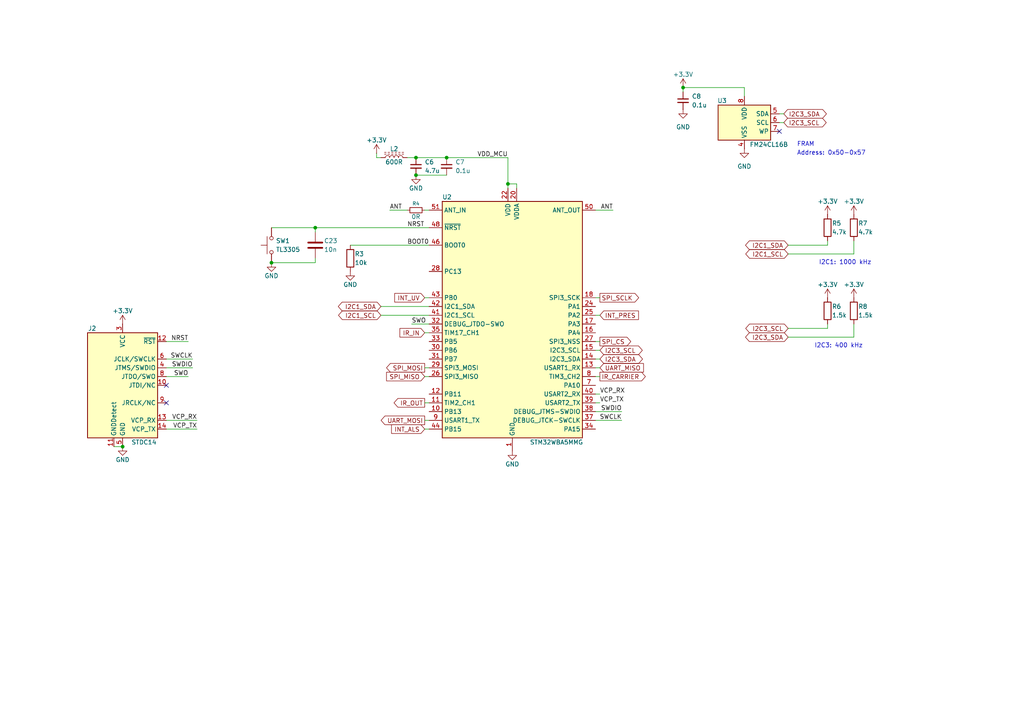
<source format=kicad_sch>
(kicad_sch (version 20250114) (generator "eeschema") (generator_version "9.0")
  (paper "A4")
  (lib_symbols
    (symbol "Connector:Conn_ST_STDC14"
      (property "Reference" "J" (at -8.89 16.51 0))
      (property "Value" "Conn_ST_STDC14" (at 17.78 16.51 0))
      (symbol "Conn_ST_STDC14_0_1"
        (rectangle (start -10.16 15.24) (end 10.16 -15.24) (stroke (width 0.254)) (fill (type background)))
      )
      (symbol "Conn_ST_STDC14_1_1"
        (pin no_connect line (at -10.16 5.08 0) (length 2.54) (hide yes) (name "NC") (number "1"))
        (pin no_connect line (at -10.16 2.54 0) (length 2.54) (hide yes) (name "NC") (number "2"))
        (pin passive line (at -2.54 -17.78 90) (length 2.54) (name "GNDDetect") (number "11"))
        (pin power_in line (at 0 17.78 270) (length 2.54) (name "VCC") (number "3"))
        (pin power_in line (at 0 -17.78 90) (length 2.54) (name "GND") (number "5"))
        (pin passive line (at 0 -17.78 90) (length 2.54) (hide yes) (name "GND") (number "7"))
        (pin open_collector line (at 12.7 12.7 180) (length 2.54) (name "~{RST}") (number "12"))
        (pin output line (at 12.7 7.62 180) (length 2.54) (name "JCLK/SWCLK") (number "6"))
        (pin bidirectional line (at 12.7 5.08 180) (length 2.54) (name "JTMS/SWDIO") (number "4"))
        (pin input line (at 12.7 2.54 180) (length 2.54) (name "JTDO/SWO") (number "8"))
        (pin output line (at 12.7 0 180) (length 2.54) (name "JTDI/NC") (number "10"))
        (pin input line (at 12.7 -5.08 180) (length 2.54) (name "JRCLK/NC") (number "9"))
        (pin output line (at 12.7 -10.16 180) (length 2.54) (name "VCP_RX") (number "13"))
        (pin input line (at 12.7 -12.7 180) (length 2.54) (name "VCP_TX") (number "14"))
      )
    )
    (symbol "DWlib:STM32WBA5MMG"
      (property "Reference" "U" (at -19.812 35.56 0))
      (property "Value" "STM32WBA5MMG" (at 16.764 35.56 0))
      (symbol "STM32WBA5MMG_0_0"
        (pin power_in line (at 0 -38.1 90) (length 3.81) (name "GND") (number "1"))
      )
      (symbol "STM32WBA5MMG_0_1"
        (rectangle (start -20.32 34.29) (end 20.32 -34.29) (stroke (width 0.254)) (fill (type background)))
      )
      (symbol "STM32WBA5MMG_1_1"
        (pin input line (at -24.13 31.75 0) (length 3.81) (name "ANT_IN") (number "51"))
        (pin bidirectional line (at -24.13 26.67 0) (length 3.81) (name "~{NRST}") (number "48"))
        (pin bidirectional line (at -24.13 21.59 0) (length 3.81) (name "BOOT0") (number "46"))
        (pin bidirectional line (at -24.13 13.97 0) (length 3.81) (name "PC13") (number "28"))
        (pin bidirectional line (at -24.13 6.35 0) (length 3.81) (name "PB0") (number "43") (alternate "USART2_TX" bidirectional line))
        (pin bidirectional line (at -24.13 3.81 0) (length 3.81) (name "PB1") (number "42") (alternate "I2C1_SDA" bidirectional line) (alternate "I2C3_SDA" bidirectional line))
        (pin bidirectional line (at -24.13 1.27 0) (length 3.81) (name "PB2") (number "41") (alternate "I2C1_SCL" bidirectional line) (alternate "I2C3_SCL" bidirectional line))
        (pin bidirectional line (at -24.13 -1.27 0) (length 3.81) (name "PB3") (number "32") (alternate "DEBUG_JTDO-SWO" bidirectional line) (alternate "I2C1_SDA" bidirectional line))
        (pin bidirectional line (at -24.13 -3.81 0) (length 3.81) (name "PB4") (number "35") (alternate "TIM17_CH1" bidirectional line) (alternate "USART2_RX" bidirectional line))
        (pin bidirectional line (at -24.13 -6.35 0) (length 3.81) (name "PB5") (number "33"))
        (pin bidirectional line (at -24.13 -8.89 0) (length 3.81) (name "PB6") (number "30") (alternate "TIM2_CH1" bidirectional line))
        (pin bidirectional line (at -24.13 -11.43 0) (length 3.81) (name "PB7") (number "31"))
        (pin bidirectional line (at -24.13 -13.97 0) (length 3.81) (name "PB8") (number "29") (alternate "SPI3_MOSI" bidirectional line) (alternate "USART2_RX" bidirectional line))
        (pin bidirectional line (at -24.13 -16.51 0) (length 3.81) (name "PB9") (number "26") (alternate "SPI3_MISO" bidirectional line))
        (pin bidirectional line (at -24.13 -21.59 0) (length 3.81) (name "PB11") (number "12"))
        (pin bidirectional line (at -24.13 -24.13 0) (length 3.81) (name "PB12") (number "11") (alternate "TIM2_CH1" bidirectional line) (alternate "USART1_TX" bidirectional line))
        (pin bidirectional line (at -24.13 -26.67 0) (length 3.81) (name "PB13") (number "10"))
        (pin bidirectional line (at -24.13 -29.21 0) (length 3.81) (name "PB14") (number "9") (alternate "USART1_TX" bidirectional line))
        (pin bidirectional line (at -24.13 -31.75 0) (length 3.81) (name "PB15") (number "44") (alternate "I2C1_SCL" bidirectional line))
        (pin power_in line (at -1.27 38.1 270) (length 3.81) (name "VDD") (number "22"))
        (pin power_in line (at 0 -38.1 90) (length 3.81) (hide yes) (name "GND") (number "19"))
        (pin power_in line (at 0 -38.1 90) (length 3.81) (hide yes) (name "GND") (number "21"))
        (pin power_in line (at 0 -38.1 90) (length 3.81) (hide yes) (name "GND") (number "23"))
        (pin power_in line (at 0 -38.1 90) (length 3.81) (hide yes) (name "GND") (number "36"))
        (pin power_in line (at 0 -38.1 90) (length 3.81) (hide yes) (name "GND") (number "45"))
        (pin power_in line (at 0 -38.1 90) (length 3.81) (hide yes) (name "GND") (number "47"))
        (pin power_in line (at 0 -38.1 90) (length 3.81) (hide yes) (name "GND") (number "49"))
        (pin power_in line (at 0 -38.1 90) (length 3.81) (hide yes) (name "GND") (number "52"))
        (pin power_in line (at 0 -38.1 90) (length 3.81) (hide yes) (name "GND") (number "53"))
        (pin power_in line (at 0 -38.1 90) (length 3.81) (hide yes) (name "GND") (number "54"))
        (pin power_in line (at 0 -38.1 90) (length 3.81) (hide yes) (name "GND") (number "55"))
        (pin power_in line (at 0 -38.1 90) (length 3.81) (hide yes) (name "GND") (number "57"))
        (pin power_in line (at 0 -38.1 90) (length 3.81) (hide yes) (name "GND") (number "58"))
        (pin power_in line (at 0 -38.1 90) (length 3.81) (hide yes) (name "GND") (number "6"))
        (pin power_in line (at 0 -38.1 90) (length 3.81) (hide yes) (name "GND") (number "60"))
        (pin power_in line (at 0 -38.1 90) (length 3.81) (hide yes) (name "GND") (number "61"))
        (pin power_in line (at 0 -38.1 90) (length 3.81) (hide yes) (name "GND") (number "62"))
        (pin power_in line (at 0 -38.1 90) (length 3.81) (hide yes) (name "GND") (number "63"))
        (pin power_in line (at 0 -38.1 90) (length 3.81) (hide yes) (name "GND") (number "64"))
        (pin power_in line (at 0 -38.1 90) (length 3.81) (hide yes) (name "GND") (number "65"))
        (pin power_in line (at 0 -38.1 90) (length 3.81) (hide yes) (name "GND") (number "66"))
        (pin power_in line (at 0 -38.1 90) (length 3.81) (hide yes) (name "GND") (number "67"))
        (pin power_in line (at 0 -38.1 90) (length 3.81) (hide yes) (name "GND") (number "68"))
        (pin power_in line (at 0 -38.1 90) (length 3.81) (hide yes) (name "GND") (number "69"))
        (pin power_in line (at 0 -38.1 90) (length 3.81) (hide yes) (name "GND") (number "70"))
        (pin power_in line (at 0 -38.1 90) (length 3.81) (hide yes) (name "GND") (number "71"))
        (pin power_in line (at 0 -38.1 90) (length 3.81) (hide yes) (name "GND") (number "72"))
        (pin power_in line (at 0 -38.1 90) (length 3.81) (hide yes) (name "GND") (number "73"))
        (pin power_in line (at 0 -38.1 90) (length 3.81) (hide yes) (name "GND") (number "74"))
        (pin power_in line (at 0 -38.1 90) (length 3.81) (hide yes) (name "GND") (number "75"))
        (pin power_in line (at 0 -38.1 90) (length 3.81) (hide yes) (name "GND") (number "76"))
        (pin power_in line (at 1.27 38.1 270) (length 3.81) (name "VDDA") (number "20"))
        (pin no_connect line (at 2.54 -34.29 90) (length 3.81) (hide yes) (name "GND") (number "2"))
        (pin no_connect line (at 2.54 -34.29 90) (length 3.81) (hide yes) (name "GND") (number "3"))
        (pin no_connect line (at 2.54 -34.29 90) (length 3.81) (hide yes) (name "GND") (number "4"))
        (pin no_connect line (at 2.54 -34.29 90) (length 3.81) (hide yes) (name "GND") (number "5"))
        (pin no_connect line (at 2.54 -34.29 90) (length 3.81) (hide yes) (name "GND") (number "56"))
        (pin no_connect line (at 2.54 -34.29 90) (length 3.81) (hide yes) (name "GND") (number "59"))
        (pin output line (at 24.13 31.75 180) (length 3.81) (name "ANT_OUT") (number "50"))
        (pin bidirectional line (at 24.13 6.35 180) (length 3.81) (name "PA0") (number "18") (alternate "SPI3_SCK" bidirectional line))
        (pin bidirectional line (at 24.13 3.81 180) (length 3.81) (name "PA1") (number "24") (alternate "TIM17_CH1" bidirectional line) (alternate "TIM3_CH2" bidirectional line))
        (pin bidirectional line (at 24.13 1.27 180) (length 3.81) (name "PA2") (number "25"))
        (pin bidirectional line (at 24.13 -1.27 180) (length 3.81) (name "PA3") (number "17"))
        (pin bidirectional line (at 24.13 -3.81 180) (length 3.81) (name "PA4") (number "16"))
        (pin bidirectional line (at 24.13 -6.35 180) (length 3.81) (name "PA5") (number "27") (alternate "SPI3_NSS" bidirectional line) (alternate "TIM2_CH1" bidirectional line))
        (pin bidirectional line (at 24.13 -8.89 180) (length 3.81) (name "PA6") (number "15") (alternate "I2C3_SCL" bidirectional line))
        (pin bidirectional line (at 24.13 -11.43 180) (length 3.81) (name "PA7") (number "14") (alternate "I2C3_SDA" bidirectional line))
        (pin bidirectional line (at 24.13 -13.97 180) (length 3.81) (name "PA8") (number "13") (alternate "USART1_RX" bidirectional line))
        (pin bidirectional line (at 24.13 -16.51 180) (length 3.81) (name "PA9") (number "8") (alternate "TIM3_CH2" bidirectional line))
        (pin bidirectional line (at 24.13 -19.05 180) (length 3.81) (name "PA10") (number "7"))
        (pin bidirectional line (at 24.13 -21.59 180) (length 3.81) (name "PA11") (number "40") (alternate "USART2_RX" bidirectional line))
        (pin bidirectional line (at 24.13 -24.13 180) (length 3.81) (name "PA12") (number "39") (alternate "USART2_TX" bidirectional line))
        (pin bidirectional line (at 24.13 -26.67 180) (length 3.81) (name "PA13") (number "38") (alternate "DEBUG_JTMS-SWDIO" bidirectional line))
        (pin bidirectional line (at 24.13 -29.21 180) (length 3.81) (name "PA14") (number "37") (alternate "DEBUG_JTCK-SWCLK" bidirectional line) (alternate "USART2_TX" bidirectional line))
        (pin bidirectional line (at 24.13 -31.75 180) (length 3.81) (name "PA15") (number "34") (alternate "I2C1_SCL" bidirectional line))
      )
    )
    (symbol "Device:C" (pin_numbers (hide yes)) (pin_names (offset 0.254))
      (property "Reference" "C" (at 0.635 2.54 0))
      (property "Value" "C" (at 0.635 -2.54 0))
      (symbol "C_0_1"
        (polyline (pts (xy -2.032 0.762) (xy 2.032 0.762)) (stroke (width 0.508)))
        (polyline (pts (xy -2.032 -0.762) (xy 2.032 -0.762)) (stroke (width 0.508)))
      )
      (symbol "C_1_1"
        (pin passive line (at 0 3.81 270) (length 2.794) (name "~") (number "1"))
        (pin passive line (at 0 -3.81 90) (length 2.794) (name "~") (number "2"))
      )
    )
    (symbol "Device:C_Small" (pin_numbers (hide yes)) (pin_names (offset 0.254) (hide yes))
      (property "Reference" "C" (at 0.254 1.778 0))
      (property "Value" "C_Small" (at 0.254 -2.032 0))
      (symbol "C_Small_0_1"
        (polyline (pts (xy -1.524 0.508) (xy 1.524 0.508)) (stroke (width 0.3048)))
        (polyline (pts (xy -1.524 -0.508) (xy 1.524 -0.508)) (stroke (width 0.3302)))
      )
      (symbol "C_Small_1_1"
        (pin passive line (at 0 2.54 270) (length 2.032) (name "~") (number "1"))
        (pin passive line (at 0 -2.54 90) (length 2.032) (name "~") (number "2"))
      )
    )
    (symbol "Device:L_Ferrite" (pin_numbers (hide yes)) (pin_names (offset 1.016) (hide yes))
      (property "Reference" "L" (at -1.27 0 90))
      (property "Value" "L_Ferrite" (at 2.794 0 90))
      (symbol "L_Ferrite_0_1"
        (arc (start 0 2.54) (mid 0.6323 1.905) (end 0 1.27))
        (arc (start 0 1.27) (mid 0.6323 0.635) (end 0 0))
        (arc (start 0 0) (mid 0.6323 -0.635) (end 0 -1.27))
        (arc (start 0 -1.27) (mid 0.6323 -1.905) (end 0 -2.54))
        (polyline (pts (xy 1.016 2.286) (xy 1.016 2.794)))
        (polyline (pts (xy 1.016 1.27) (xy 1.016 1.778)))
        (polyline (pts (xy 1.016 0.254) (xy 1.016 0.762)))
        (polyline (pts (xy 1.016 -0.762) (xy 1.016 -0.254)))
        (polyline (pts (xy 1.016 -1.778) (xy 1.016 -1.27)))
        (polyline (pts (xy 1.016 -2.794) (xy 1.016 -2.286)))
        (polyline (pts (xy 1.524 2.794) (xy 1.524 2.286)))
        (polyline (pts (xy 1.524 1.778) (xy 1.524 1.27)))
        (polyline (pts (xy 1.524 0.762) (xy 1.524 0.254)))
        (polyline (pts (xy 1.524 -0.254) (xy 1.524 -0.762)))
        (polyline (pts (xy 1.524 -1.27) (xy 1.524 -1.778)))
        (polyline (pts (xy 1.524 -2.286) (xy 1.524 -2.794)))
      )
      (symbol "L_Ferrite_1_1"
        (pin passive line (at 0 3.81 270) (length 1.27) (name "1") (number "1"))
        (pin passive line (at 0 -3.81 90) (length 1.27) (name "2") (number "2"))
      )
    )
    (symbol "Device:R" (pin_numbers (hide yes)) (pin_names (offset 0))
      (property "Reference" "R" (at 2.032 0 90))
      (property "Value" "R" (at 0 0 90))
      (symbol "R_0_1"
        (rectangle (start -1.016 -2.54) (end 1.016 2.54) (stroke (width 0.254)))
      )
      (symbol "R_1_1"
        (pin passive line (at 0 3.81 270) (length 1.27) (name "~") (number "1"))
        (pin passive line (at 0 -3.81 90) (length 1.27) (name "~") (number "2"))
      )
    )
    (symbol "Device:R_Small" (pin_numbers (hide yes)) (pin_names (offset 0.254) (hide yes))
      (property "Reference" "R" (at 0 0 90))
      (property "Value" "R_Small" (at 1.778 0 90))
      (symbol "R_Small_0_1"
        (rectangle (start -0.762 1.778) (end 0.762 -1.778) (stroke (width 0.2032)))
      )
      (symbol "R_Small_1_1"
        (pin passive line (at 0 2.54 270) (length 0.762) (name "~") (number "1"))
        (pin passive line (at 0 -2.54 90) (length 0.762) (name "~") (number "2"))
      )
    )
    (symbol "Memory_NVRAM:FM24CL16B"
      (property "Reference" "U" (at -5.08 8.89 0))
      (property "Value" "FM24CL16B" (at 6.35 -8.89 0))
      (symbol "FM24CL16B_0_1"
        (rectangle (start -7.62 5.08) (end 7.62 -5.08) (stroke (width 0.254)) (fill (type background)))
      )
      (symbol "FM24CL16B_1_1"
        (pin no_connect line (at -7.62 2.54 0) (length 2.54) (hide yes) (name "~") (number "1"))
        (pin no_connect line (at -7.62 0 0) (length 2.54) (hide yes) (name "~") (number "3"))
        (pin no_connect line (at -7.62 -2.54 0) (length 2.54) (hide yes) (name "~") (number "2"))
        (pin power_in line (at 0 7.62 270) (length 2.54) (name "VDD") (number "8"))
        (pin power_in line (at 0 -7.62 90) (length 2.54) (name "VSS") (number "4"))
        (pin bidirectional line (at 10.16 2.54 180) (length 2.54) (name "SDA") (number "5"))
        (pin input line (at 10.16 0 180) (length 2.54) (name "SCL") (number "6"))
        (pin input line (at 10.16 -2.54 180) (length 2.54) (name "WP") (number "7"))
      )
    )
    (symbol "Switch:SW_Push" (pin_numbers (hide yes)) (pin_names (offset 1.016) (hide yes))
      (property "Reference" "SW" (at 1.27 2.54 0))
      (property "Value" "SW_Push" (at 0 -1.524 0))
      (symbol "SW_Push_0_1"
        (circle (center -2.032 0) (radius 0.508))
        (polyline (pts (xy 0 1.27) (xy 0 3.048)))
        (circle (center 2.032 0) (radius 0.508))
        (polyline (pts (xy 2.54 1.27) (xy -2.54 1.27)))
        (pin passive line (at -5.08 0 0) (length 2.54) (name "1") (number "1"))
        (pin passive line (at 5.08 0 180) (length 2.54) (name "2") (number "2"))
      )
    )
    (symbol "power:+3.3V" (power) (pin_numbers (hide yes)) (pin_names (offset 0) (hide yes))
      (property "Value" "+3.3V" (at 0 3.556 0))
      (symbol "+3.3V_0_1"
        (polyline (pts (xy -0.762 1.27) (xy 0 2.54)))
        (polyline (pts (xy 0 2.54) (xy 0.762 1.27)))
        (polyline (pts (xy 0 0) (xy 0 2.54)))
      )
      (symbol "+3.3V_1_1"
        (pin power_in line (at 0 0 90) (length 0) (name "~") (number "1"))
      )
    )
    (symbol "power:GND" (power) (pin_numbers (hide yes)) (pin_names (offset 0) (hide yes))
      (property "Value" "GND" (at 0 -3.81 0))
      (symbol "GND_0_1"
        (polyline (pts (xy 0 0) (xy 0 -1.27) (xy 1.27 -1.27) (xy 0 -2.54) (xy -1.27 -1.27) (xy 0 -1.27)))
      )
      (symbol "GND_1_1"
        (pin power_in line (at 0 0 270) (length 0) (name "~") (number "1"))
      )
    )
  )
  (text "I2C3: 400 kHz" (at 236.22 100.33 0) (effects (font (size 1.27 1.27)) (justify left)))
  (text "Address: 0x50-0x57" (at 231.14 44.45 0) (effects (font (size 1.27 1.27)) (justify left)))
  (text "I2C1: 1000 kHz" (at 237.49 76.2 0) (effects (font (size 1.27 1.27)) (justify left)))
  (text "FRAM" (at 231.14 41.91 0) (effects (font (size 1.27 1.27)) (justify left)))
  (junction (at 91.44 66.04))
  (junction (at 147.32 53.34))
  (junction (at 129.54 45.72))
  (junction (at 120.65 45.72))
  (junction (at 198.12 25.4))
  (junction (at 120.65 50.8))
  (junction (at 78.74 76.2))
  (junction (at 35.56 129.54))
  (no_connect (at 48.26 111.76))
  (no_connect (at 226.06 38.1))
  (no_connect (at 48.26 116.84))
  (wire (pts (xy 119.38 93.98) (xy 124.46 93.98)))
  (wire (pts (xy 240.03 69.85) (xy 240.03 71.12)))
  (wire (pts (xy 118.11 45.72) (xy 120.65 45.72)))
  (wire (pts (xy 240.03 93.98) (xy 240.03 95.25)))
  (wire (pts (xy 123.19 124.46) (xy 124.46 124.46)))
  (wire (pts (xy 173.99 99.06) (xy 172.72 99.06)))
  (wire (pts (xy 247.65 69.85) (xy 247.65 73.66)))
  (wire (pts (xy 57.15 121.92) (xy 48.26 121.92)))
  (wire (pts (xy 123.19 86.36) (xy 124.46 86.36)))
  (wire (pts (xy 172.72 60.96) (xy 177.8 60.96)))
  (wire (pts (xy 57.15 124.46) (xy 48.26 124.46)))
  (wire (pts (xy 173.99 101.6) (xy 172.72 101.6)))
  (wire (pts (xy 110.49 91.44) (xy 124.46 91.44)))
  (wire (pts (xy 54.61 109.22) (xy 48.26 109.22)))
  (wire (pts (xy 123.19 60.96) (xy 124.46 60.96)))
  (wire (pts (xy 109.22 45.72) (xy 110.49 45.72)))
  (wire (pts (xy 215.9 25.4) (xy 198.12 25.4)))
  (wire (pts (xy 180.34 119.38) (xy 172.72 119.38)))
  (wire (pts (xy 120.65 45.72) (xy 129.54 45.72)))
  (wire (pts (xy 173.99 109.22) (xy 172.72 109.22)))
  (wire (pts (xy 180.34 121.92) (xy 172.72 121.92)))
  (wire (pts (xy 147.32 45.72) (xy 147.32 53.34)))
  (wire (pts (xy 173.99 114.3) (xy 172.72 114.3)))
  (wire (pts (xy 228.6 95.25) (xy 240.03 95.25)))
  (wire (pts (xy 123.19 121.92) (xy 124.46 121.92)))
  (wire (pts (xy 33.02 129.54) (xy 35.56 129.54)))
  (wire (pts (xy 91.44 66.04) (xy 124.46 66.04)))
  (wire (pts (xy 228.6 71.12) (xy 240.03 71.12)))
  (wire (pts (xy 91.44 74.93) (xy 91.44 76.2)))
  (wire (pts (xy 173.99 86.36) (xy 172.72 86.36)))
  (wire (pts (xy 55.88 104.14) (xy 48.26 104.14)))
  (wire (pts (xy 123.19 116.84) (xy 124.46 116.84)))
  (wire (pts (xy 55.88 106.68) (xy 48.26 106.68)))
  (wire (pts (xy 227.33 33.02) (xy 226.06 33.02)))
  (wire (pts (xy 247.65 93.98) (xy 247.65 97.79)))
  (wire (pts (xy 123.19 106.68) (xy 124.46 106.68)))
  (wire (pts (xy 198.12 25.4) (xy 198.12 26.67)))
  (wire (pts (xy 109.22 44.45) (xy 109.22 45.72)))
  (wire (pts (xy 113.03 60.96) (xy 118.11 60.96)))
  (wire (pts (xy 149.86 54.61) (xy 149.86 53.34)))
  (wire (pts (xy 54.61 99.06) (xy 48.26 99.06)))
  (wire (pts (xy 227.33 35.56) (xy 226.06 35.56)))
  (wire (pts (xy 101.6 71.12) (xy 124.46 71.12)))
  (wire (pts (xy 173.99 91.44) (xy 172.72 91.44)))
  (wire (pts (xy 173.99 116.84) (xy 172.72 116.84)))
  (wire (pts (xy 123.19 96.52) (xy 124.46 96.52)))
  (wire (pts (xy 215.9 27.94) (xy 215.9 25.4)))
  (wire (pts (xy 147.32 53.34) (xy 147.32 54.61)))
  (wire (pts (xy 129.54 45.72) (xy 147.32 45.72)))
  (wire (pts (xy 110.49 88.9) (xy 124.46 88.9)))
  (wire (pts (xy 228.6 73.66) (xy 247.65 73.66)))
  (wire (pts (xy 123.19 109.22) (xy 124.46 109.22)))
  (wire (pts (xy 120.65 50.8) (xy 129.54 50.8)))
  (wire (pts (xy 91.44 66.04) (xy 91.44 67.31)))
  (wire (pts (xy 173.99 106.68) (xy 172.72 106.68)))
  (wire (pts (xy 228.6 97.79) (xy 247.65 97.79)))
  (wire (pts (xy 173.99 104.14) (xy 172.72 104.14)))
  (wire (pts (xy 149.86 53.34) (xy 147.32 53.34)))
  (wire (pts (xy 91.44 76.2) (xy 78.74 76.2)))
  (wire (pts (xy 78.74 66.04) (xy 91.44 66.04)))
  (label "VCP_TX" (at 57.15 124.46 180))
  (label "SWDIO" (at 55.88 106.68 180))
  (label "BOOT0" (at 118.11 71.12 0))
  (label "NRST" (at 54.61 99.06 180))
  (label "SWCLK" (at 55.88 104.14 180))
  (label "VCP_RX" (at 57.15 121.92 180))
  (label "VCP_RX" (at 173.99 114.3 0))
  (label "SWDIO" (at 180.34 119.38 180))
  (label "ANT" (at 113.03 60.96 0))
  (label "VDD_MCU" (at 138.43 45.72 0))
  (label "SWO" (at 54.61 109.22 180))
  (label "SWO" (at 119.38 93.98 0))
  (label "NRST" (at 118.11 66.04 0))
  (label "VCP_TX" (at 173.99 116.84 0))
  (label "ANT" (at 177.8 60.96 180))
  (label "SWCLK" (at 180.34 121.92 180))
  (global_label "I2C3_SCL" (shape bidirectional) (at 173.99 101.6 0) (property "Intersheetrefs" "${INTERSHEET_REFS}" (at 185.7442 101.6 0) (effects (justify left))))
  (global_label "I2C3_SDA" (shape bidirectional) (at 227.33 33.02 0) (property "Intersheetrefs" "${INTERSHEET_REFS}" (at 239.1447 33.02 0) (effects (justify left))))
  (global_label "SPI_MISO" (shape input) (at 123.19 109.22 180) (property "Intersheetrefs" "${INTERSHEET_REFS}" (at 111.5567 109.22 0) (effects (justify right))))
  (global_label "IR_OUT" (shape output) (at 123.19 116.84 180) (property "Intersheetrefs" "${INTERSHEET_REFS}" (at 113.7338 116.84 0) (effects (justify right))))
  (global_label "I2C1_SCL" (shape bidirectional) (at 228.6 73.66 180) (property "Intersheetrefs" "${INTERSHEET_REFS}" (at 216.8458 73.66 0) (effects (justify right))))
  (global_label "SPI_MOSI" (shape output) (at 123.19 106.68 180) (property "Intersheetrefs" "${INTERSHEET_REFS}" (at 111.5567 106.68 0) (effects (justify right))))
  (global_label "IR_IN" (shape input) (at 123.19 96.52 180) (property "Intersheetrefs" "${INTERSHEET_REFS}" (at 115.4271 96.52 0) (effects (justify right))))
  (global_label "SPI_SCLK" (shape output) (at 173.99 86.36 0) (property "Intersheetrefs" "${INTERSHEET_REFS}" (at 185.8047 86.36 0) (effects (justify left))))
  (global_label "I2C3_SCL" (shape bidirectional) (at 227.33 35.56 0) (property "Intersheetrefs" "${INTERSHEET_REFS}" (at 239.0842 35.56 0) (effects (justify left))))
  (global_label "UART_MISO" (shape input) (at 173.99 106.68 0) (property "Intersheetrefs" "${INTERSHEET_REFS}" (at 187.1957 106.68 0) (effects (justify left))))
  (global_label "INT_UV" (shape input) (at 123.19 86.36 180) (property "Intersheetrefs" "${INTERSHEET_REFS}" (at 113.9152 86.36 0) (effects (justify right))))
  (global_label "I2C3_SDA" (shape bidirectional) (at 173.99 104.14 0) (property "Intersheetrefs" "${INTERSHEET_REFS}" (at 185.8047 104.14 0) (effects (justify left))))
  (global_label "IR_CARRIER" (shape output) (at 173.99 109.22 0) (property "Intersheetrefs" "${INTERSHEET_REFS}" (at 187.74 109.22 0) (effects (justify left))))
  (global_label "I2C3_SDA" (shape bidirectional) (at 228.6 97.79 180) (property "Intersheetrefs" "${INTERSHEET_REFS}" (at 216.7853 97.79 0) (effects (justify right))))
  (global_label "INT_PRES" (shape input) (at 173.99 91.44 0) (property "Intersheetrefs" "${INTERSHEET_REFS}" (at 185.7442 91.44 0) (effects (justify left))))
  (global_label "INT_ALS" (shape input) (at 123.19 124.46 180) (property "Intersheetrefs" "${INTERSHEET_REFS}" (at 113.0081 124.46 0) (effects (justify right))))
  (global_label "UART_MOSI" (shape output) (at 123.19 121.92 180) (property "Intersheetrefs" "${INTERSHEET_REFS}" (at 109.9843 121.92 0) (effects (justify right))))
  (global_label "SPI_CS" (shape output) (at 173.99 99.06 0) (property "Intersheetrefs" "${INTERSHEET_REFS}" (at 183.5066 99.06 0) (effects (justify left))))
  (global_label "I2C3_SCL" (shape bidirectional) (at 228.6 95.25 180) (property "Intersheetrefs" "${INTERSHEET_REFS}" (at 216.8458 95.25 0) (effects (justify right))))
  (global_label "I2C1_SDA" (shape bidirectional) (at 110.49 88.9 180) (property "Intersheetrefs" "${INTERSHEET_REFS}" (at 98.6753 88.9 0) (effects (justify right))))
  (global_label "I2C1_SDA" (shape bidirectional) (at 228.6 71.12 180) (property "Intersheetrefs" "${INTERSHEET_REFS}" (at 216.7853 71.12 0) (effects (justify right))))
  (global_label "I2C1_SCL" (shape bidirectional) (at 110.49 91.44 180) (property "Intersheetrefs" "${INTERSHEET_REFS}" (at 98.7358 91.44 0) (effects (justify right))))
  (symbol (lib_id "power:+3.3V") (at 247.65 86.36 0) (unit 1)
    (property "Reference" "#PWR025" (effects (hide yes)))
    (property "Value" "+3.3V" (at 247.65 82.55 0))
    (property "Description" "Power symbol creates a global label with name \"+3.3V\"" (effects (hide yes)))
  )
  (symbol (lib_id "Connector:Conn_ST_STDC14") (at 35.56 111.76 0) (unit 1)
    (property "Reference" "J2" (at 27.94 95.25 0) (effects (justify right)))
    (property "Value" "STDC14" (at 38.1 128.27 0) (effects (justify left)))
    (property "Footprint" "DWlib:SAMTEC_FTSH-107-01-L-DV-K-A" (effects (hide yes)))
    (property "Datasheet" "https://www.st.com/content/ccc/resource/technical/document/user_manual/group1/99/49/91/b6/b2/3a/46/e5/DM00526767/files/DM00526767.pdf/jcr:content/translations/en.DM00526767.pdf" (effects (hide yes)))
    (property "Description" "ST Debug Connector, standard ARM Cortex-M SWD and JTAG interface plus UART" (effects (hide yes)))
    (property "MPN" "FTSH-107-01-L-DV-K-A" (effects (hide yes)))
    (property "Mouser PN" "200-FTSH10701LDVKA" (effects (hide yes)))
  )
  (symbol (lib_id "Device:C_Small") (at 120.65 48.26 0) (unit 1)
    (property "Reference" "C6" (at 123.19 46.9962 0) (effects (justify left)))
    (property "Value" "4.7u" (at 123.19 49.5362 0) (effects (justify left)))
    (property "Footprint" "Capacitor_SMD:C_0805_2012Metric" (effects (hide yes)))
    (property "Description" "Unpolarized capacitor, small symbol" (effects (hide yes)))
  )
  (symbol (lib_id "power:+3.3V") (at 240.03 86.36 0) (unit 1)
    (property "Reference" "#PWR023" (effects (hide yes)))
    (property "Value" "+3.3V" (at 240.03 82.55 0))
    (property "Description" "Power symbol creates a global label with name \"+3.3V\"" (effects (hide yes)))
  )
  (symbol (lib_id "power:+3.3V") (at 247.65 62.23 0) (unit 1)
    (property "Reference" "#PWR024" (effects (hide yes)))
    (property "Value" "+3.3V" (at 247.65 58.42 0))
    (property "Description" "Power symbol creates a global label with name \"+3.3V\"" (effects (hide yes)))
  )
  (symbol (lib_id "power:GND") (at 148.59 130.81 0) (unit 1)
    (property "Reference" "#PWR018" (effects (hide yes)))
    (property "Value" "GND" (at 148.59 134.62 0))
    (property "Description" "Power symbol creates a global label with name \"GND\" , ground" (effects (hide yes)))
  )
  (symbol (lib_id "power:+3.3V") (at 198.12 25.4 0) (unit 1)
    (property "Reference" "#PWR019" (effects (hide yes)))
    (property "Value" "+3.3V" (at 198.12 21.59 0))
    (property "Description" "Power symbol creates a global label with name \"+3.3V\"" (effects (hide yes)))
  )
  (symbol (lib_id "Device:C_Small") (at 198.12 29.21 0) (unit 1)
    (property "Reference" "C8" (at 200.66 27.9462 0) (effects (justify left)))
    (property "Value" "0.1u" (at 200.66 30.4862 0) (effects (justify left)))
    (property "Footprint" "Capacitor_SMD:C_0402_1005Metric" (effects (hide yes)))
    (property "Description" "Unpolarized capacitor, small symbol" (effects (hide yes)))
  )
  (symbol (lib_id "Device:L_Ferrite") (at 114.3 45.72 90) (unit 1)
    (property "Reference" "L2" (at 114.3 43.18 90))
    (property "Value" "600R" (at 114.3 46.99 90))
    (property "Footprint" "Inductor_SMD:L_0805_2012Metric" (effects (hide yes)))
    (property "Description" "Inductor with ferrite core" (effects (hide yes)))
    (property "MPN" "HZ0805E601R-10" (effects (hide yes)))
    (property "Mouser PN" "875-HZ0805E601R-10" (effects (hide yes)))
  )
  (symbol (lib_id "Device:R") (at 240.03 90.17 0) (unit 1)
    (property "Reference" "R6" (at 241.3 88.9 0) (effects (justify left)))
    (property "Value" "1.5k" (at 241.3 91.44 0) (effects (justify left)))
    (property "Footprint" "Resistor_SMD:R_0603_1608Metric" (effects (hide yes)))
    (property "Description" "Resistor" (effects (hide yes)))
  )
  (symbol (lib_id "Device:R_Small") (at 120.65 60.96 90) (unit 1)
    (property "Reference" "R4" (at 120.65 59.055 90) (effects (font (size 1.016 1.016))))
    (property "Value" "0R" (at 120.65 62.865 90))
    (property "Footprint" "Resistor_SMD:R_0402_1005Metric" (effects (hide yes)))
    (property "Description" "Resistor, small symbol" (effects (hide yes)))
  )
  (symbol (lib_id "power:GND") (at 101.6 78.74 0) (unit 1)
    (property "Reference" "#PWR015" (effects (hide yes)))
    (property "Value" "GND" (at 101.6 82.55 0))
    (property "Description" "Power symbol creates a global label with name \"GND\" , ground" (effects (hide yes)))
  )
  (symbol (lib_id "power:GND") (at 35.56 129.54 0) (unit 1)
    (property "Reference" "#PWR013" (effects (hide yes)))
    (property "Value" "GND" (at 35.56 133.35 0))
    (property "Description" "Power symbol creates a global label with name \"GND\" , ground" (effects (hide yes)))
  )
  (symbol (lib_id "power:+3.3V") (at 109.22 44.45 0) (unit 1)
    (property "Reference" "#PWR016" (effects (hide yes)))
    (property "Value" "+3.3V" (at 109.22 40.64 0))
    (property "Description" "Power symbol creates a global label with name \"+3.3V\"" (effects (hide yes)))
  )
  (symbol (lib_id "power:GND") (at 198.12 31.75 0) (unit 1)
    (property "Reference" "#PWR020" (effects (hide yes)))
    (property "Value" "GND" (at 198.12 36.83 0))
    (property "Description" "Power symbol creates a global label with name \"GND\" , ground" (effects (hide yes)))
  )
  (symbol (lib_id "Device:R") (at 247.65 90.17 0) (unit 1)
    (property "Reference" "R8" (at 248.92 88.9 0) (effects (justify left)))
    (property "Value" "1.5k" (at 248.92 91.44 0) (effects (justify left)))
    (property "Footprint" "Resistor_SMD:R_0603_1608Metric" (effects (hide yes)))
    (property "Description" "Resistor" (effects (hide yes)))
  )
  (symbol (lib_id "power:+3.3V") (at 35.56 93.98 0) (unit 1)
    (property "Reference" "#PWR012" (effects (hide yes)))
    (property "Value" "+3.3V" (at 35.56 90.17 0))
    (property "Description" "Power symbol creates a global label with name \"+3.3V\"" (effects (hide yes)))
  )
  (symbol (lib_id "power:GND") (at 215.9 43.18 0) (unit 1)
    (property "Reference" "#PWR021" (effects (hide yes)))
    (property "Value" "GND" (at 215.9 48.26 0))
    (property "Description" "Power symbol creates a global label with name \"GND\" , ground" (effects (hide yes)))
  )
  (symbol (lib_id "Device:C") (at 91.44 71.12 0) (unit 1)
    (property "Reference" "C23" (at 93.98 69.85 0) (effects (justify left)))
    (property "Value" "10n" (at 93.98 72.39 0) (effects (justify left)))
    (property "Footprint" "Capacitor_SMD:C_0402_1005Metric" (effects (hide yes)))
    (property "Description" "Unpolarized capacitor" (effects (hide yes)))
  )
  (symbol (lib_id "Device:R") (at 247.65 66.04 0) (unit 1)
    (property "Reference" "R7" (at 248.92 64.77 0) (effects (justify left)))
    (property "Value" "4.7k" (at 248.92 67.31 0) (effects (justify left)))
    (property "Footprint" "Resistor_SMD:R_0603_1608Metric" (effects (hide yes)))
    (property "Description" "Resistor" (effects (hide yes)))
  )
  (symbol (lib_id "Device:R") (at 101.6 74.93 0) (unit 1)
    (property "Reference" "R3" (at 102.87 73.66 0) (effects (justify left)))
    (property "Value" "10k" (at 102.87 76.2 0) (effects (justify left)))
    (property "Footprint" "Resistor_SMD:R_0603_1608Metric" (effects (hide yes)))
    (property "Description" "Resistor" (effects (hide yes)))
  )
  (symbol (lib_id "Device:C_Small") (at 129.54 48.26 0) (unit 1)
    (property "Reference" "C7" (at 132.08 46.9962 0) (effects (justify left)))
    (property "Value" "0.1u" (at 132.08 49.5362 0) (effects (justify left)))
    (property "Footprint" "Capacitor_SMD:C_0402_1005Metric" (effects (hide yes)))
    (property "Description" "Unpolarized capacitor, small symbol" (effects (hide yes)))
  )
  (symbol (lib_id "Memory_NVRAM:FM24CL16B") (at 215.9 35.56 0) (unit 1)
    (property "Reference" "U3" (at 210.82 29.21 0) (effects (justify right)))
    (property "Value" "FM24CL16B" (at 228.6 41.91 0) (effects (justify right)))
    (property "Footprint" "Package_SO:SOIC-8_3.9x4.9mm_P1.27mm" (effects (hide yes)))
    (property "Datasheet" "https://www.infineon.com/dgdl/Infineon-FM24CL16B_16-Kbit_(2_K_8)_Serial_(I2C)_F-RAM-DataSheet-v13_00-EN.pdf?fileId=8ac78c8c7d0d8da4017d0ec99cb241e9" (effects (hide yes)))
    (property "Description" "16Kb serial FRAM nonvolatile Memory, SOIC-8" (effects (hide yes)))
    (property "MPN" "FM24CL16B-G" (effects (hide yes)))
    (property "Mouser PN" "877-FM24CL16B-G" (effects (hide yes)))
  )
  (symbol (lib_id "power:+3.3V") (at 240.03 62.23 0) (unit 1)
    (property "Reference" "#PWR022" (effects (hide yes)))
    (property "Value" "+3.3V" (at 240.03 58.42 0))
    (property "Description" "Power symbol creates a global label with name \"+3.3V\"" (effects (hide yes)))
  )
  (symbol (lib_id "Switch:SW_Push") (at 78.74 71.12 90) (unit 1)
    (property "Reference" "SW1" (at 80.01 69.8499 90) (effects (justify right)))
    (property "Value" "TL3305" (at 80.01 72.3899 90) (effects (justify right)))
    (property "Footprint" "DWlib:SW_Push_1P1T_NO_E-Switch_TL3305AFxxxQG" (effects (hide yes)))
    (property "Description" "Push button switch, generic, two pins" (effects (hide yes)))
    (property "MPN" "TL3305AF260QG" (effects (hide yes)))
    (property "Mouser PN" "612-TL3305AF260QG" (effects (hide yes)))
  )
  (symbol (lib_id "power:GND") (at 78.74 76.2 0) (unit 1)
    (property "Reference" "#PWR014" (effects (hide yes)))
    (property "Value" "GND" (at 78.74 80.01 0))
    (property "Description" "Power symbol creates a global label with name \"GND\" , ground" (effects (hide yes)))
  )
  (symbol (lib_id "Device:R") (at 240.03 66.04 0) (unit 1)
    (property "Reference" "R5" (at 241.3 64.77 0) (effects (justify left)))
    (property "Value" "4.7k" (at 241.3 67.31 0) (effects (justify left)))
    (property "Footprint" "Resistor_SMD:R_0603_1608Metric" (effects (hide yes)))
    (property "Description" "Resistor" (effects (hide yes)))
  )
  (symbol (lib_id "power:GND") (at 120.65 50.8 0) (unit 1)
    (property "Reference" "#PWR017" (effects (hide yes)))
    (property "Value" "GND" (at 120.65 54.61 0))
    (property "Description" "Power symbol creates a global label with name \"GND\" , ground" (effects (hide yes)))
  )
  (symbol (lib_id "DWlib:STM32WBA5MMG") (at 148.59 92.71 0) (unit 1)
    (property "Reference" "U2" (at 128.27 57.15 0) (effects (justify left)))
    (property "Value" "STM32WBA5MMG" (at 153.67 128.27 0) (effects (justify left)))
    (property "Footprint" "DWlib:STM32WBA5MMG" (effects (hide yes)))
    (property "Datasheet" "https://www.st.com/resource/en/datasheet/stm32wba5mmg.pdf" (effects (hide yes)))
    (property "Description" "Arm Cortex-M33 TZ MCU 100 MHz with 1 Mbytes of Flash memory, Bluetooth LE 6.0, 802.15.4, Zigbee, Thread" (effects (hide yes)))
    (property "MPN" "STM32WBA5MMGH6TR" (effects (hide yes)))
    (property "Mouser PN" "511-STM32WBA5MMGH6TR" (effects (hide yes)))
    (pin "41" (alternate "I2C1_SCL"))
    (pin "42" (alternate "I2C1_SDA"))
    (pin "32" (alternate "DEBUG_JTDO-SWO"))
    (pin "35" (alternate "TIM17_CH1"))
    (pin "11" (alternate "TIM2_CH1"))
    (pin "29" (alternate "SPI3_MOSI"))
    (pin "9" (alternate "USART1_TX"))
    (pin "26" (alternate "SPI3_MISO"))
    (pin "13" (alternate "USART1_RX"))
    (pin "27" (alternate "SPI3_NSS"))
    (pin "14" (alternate "I2C3_SDA"))
    (pin "8" (alternate "TIM3_CH2"))
    (pin "40" (alternate "USART2_RX"))
    (pin "39" (alternate "USART2_TX"))
    (pin "38" (alternate "DEBUG_JTMS-SWDIO"))
    (pin "18" (alternate "SPI3_SCK"))
    (pin "15" (alternate "I2C3_SCL"))
    (pin "37" (alternate "DEBUG_JTCK-SWCLK"))
  )
)
</source>
